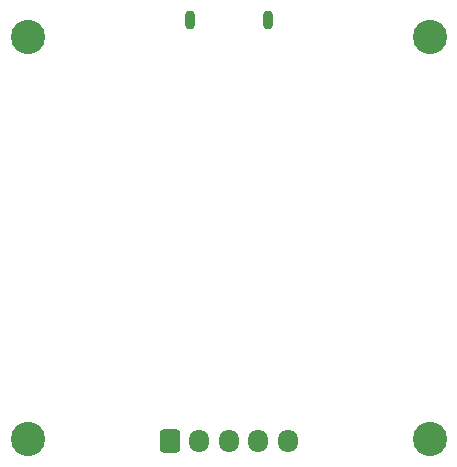
<source format=gbr>
%TF.GenerationSoftware,KiCad,Pcbnew,8.0.6*%
%TF.CreationDate,2024-10-28T16:54:01-06:00*%
%TF.ProjectId,GPS Module,47505320-4d6f-4647-956c-652e6b696361,rev?*%
%TF.SameCoordinates,Original*%
%TF.FileFunction,Soldermask,Bot*%
%TF.FilePolarity,Negative*%
%FSLAX46Y46*%
G04 Gerber Fmt 4.6, Leading zero omitted, Abs format (unit mm)*
G04 Created by KiCad (PCBNEW 8.0.6) date 2024-10-28 16:54:01*
%MOMM*%
%LPD*%
G01*
G04 APERTURE LIST*
G04 Aperture macros list*
%AMRoundRect*
0 Rectangle with rounded corners*
0 $1 Rounding radius*
0 $2 $3 $4 $5 $6 $7 $8 $9 X,Y pos of 4 corners*
0 Add a 4 corners polygon primitive as box body*
4,1,4,$2,$3,$4,$5,$6,$7,$8,$9,$2,$3,0*
0 Add four circle primitives for the rounded corners*
1,1,$1+$1,$2,$3*
1,1,$1+$1,$4,$5*
1,1,$1+$1,$6,$7*
1,1,$1+$1,$8,$9*
0 Add four rect primitives between the rounded corners*
20,1,$1+$1,$2,$3,$4,$5,0*
20,1,$1+$1,$4,$5,$6,$7,0*
20,1,$1+$1,$6,$7,$8,$9,0*
20,1,$1+$1,$8,$9,$2,$3,0*%
G04 Aperture macros list end*
%ADD10C,2.900000*%
%ADD11O,0.900000X1.600000*%
%ADD12RoundRect,0.250000X-0.600000X-0.725000X0.600000X-0.725000X0.600000X0.725000X-0.600000X0.725000X0*%
%ADD13O,1.700000X1.950000*%
G04 APERTURE END LIST*
D10*
%TO.C,REF\u002A\u002A*%
X113000000Y-87000000D03*
%TD*%
D11*
%TO.C,J2*%
X126700000Y-51560000D03*
X133300000Y-51560000D03*
%TD*%
D10*
%TO.C,REF\u002A\u002A*%
X113000000Y-53000000D03*
%TD*%
%TO.C,REF\u002A\u002A*%
X147000000Y-87000000D03*
%TD*%
%TO.C,REF\u002A\u002A*%
X147000000Y-53000000D03*
%TD*%
D12*
%TO.C,J3*%
X125000000Y-87200000D03*
D13*
X127500000Y-87200000D03*
X130000000Y-87200000D03*
X132500000Y-87200000D03*
X135000000Y-87200000D03*
%TD*%
M02*

</source>
